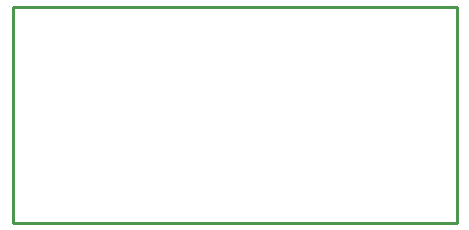
<source format=gbr>
G04 EAGLE Gerber X2 export*
%TF.Part,Single*%
%TF.FileFunction,Profile,NP*%
%TF.FilePolarity,Positive*%
%TF.GenerationSoftware,Autodesk,EAGLE,8.6.3*%
%TF.CreationDate,2019-05-09T14:54:00Z*%
G75*
%MOMM*%
%FSLAX34Y34*%
%LPD*%
%AMOC8*
5,1,8,0,0,1.08239X$1,22.5*%
G01*
%ADD10C,0.254000*%


D10*
X0Y0D02*
X375920Y0D01*
X375920Y182880D01*
X0Y182880D01*
X0Y0D01*
M02*

</source>
